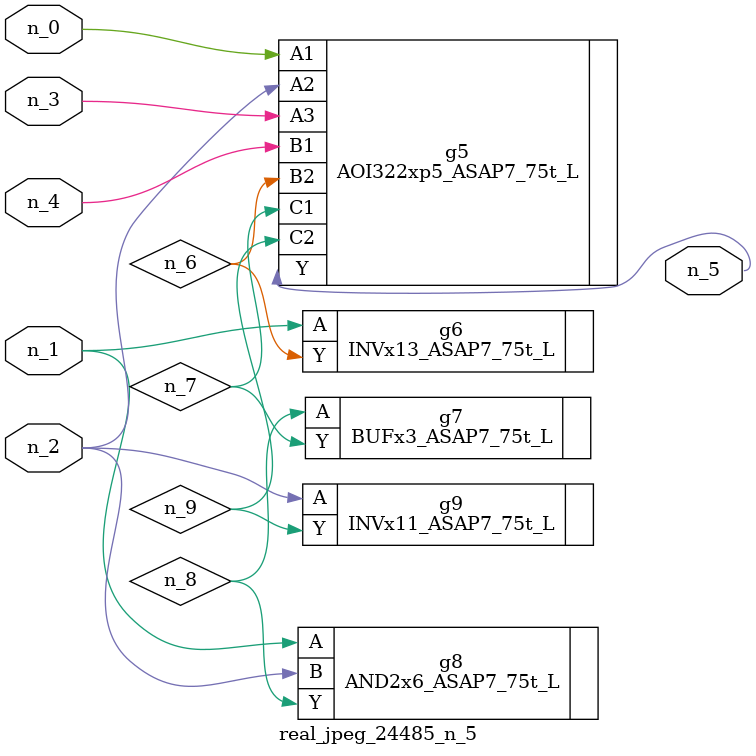
<source format=v>
module real_jpeg_24485_n_5 (n_4, n_0, n_1, n_2, n_3, n_5);

input n_4;
input n_0;
input n_1;
input n_2;
input n_3;

output n_5;

wire n_8;
wire n_6;
wire n_7;
wire n_9;

AOI322xp5_ASAP7_75t_L g5 ( 
.A1(n_0),
.A2(n_2),
.A3(n_3),
.B1(n_4),
.B2(n_6),
.C1(n_7),
.C2(n_9),
.Y(n_5)
);

INVx13_ASAP7_75t_L g6 ( 
.A(n_1),
.Y(n_6)
);

AND2x6_ASAP7_75t_L g8 ( 
.A(n_1),
.B(n_2),
.Y(n_8)
);

INVx11_ASAP7_75t_L g9 ( 
.A(n_2),
.Y(n_9)
);

BUFx3_ASAP7_75t_L g7 ( 
.A(n_8),
.Y(n_7)
);


endmodule
</source>
